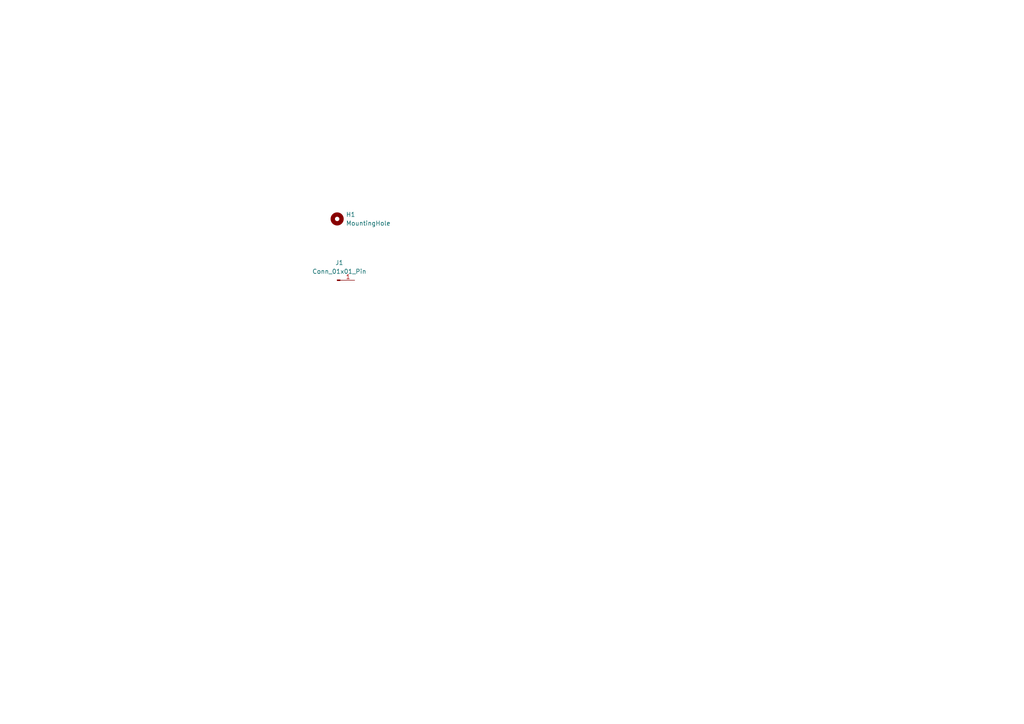
<source format=kicad_sch>
(kicad_sch (version 20231120) (generator "eeschema") (generator_version "8.0")
  (paper "A4")
  (lib_symbols
    (symbol "Connector:Conn_01x01_Pin" (pin_names (offset 1.016) hide)
      (property "Reference" "J" (at 0 2.54 0))
      (property "Value" "Conn_01x01_Pin" (at 0 -2.54 0))
      (symbol "Conn_01x01_Pin_1_1"
        (polyline (pts (xy 1.27 0) (xy 0.8636 0)) (stroke (width 0.1524)))
        (rectangle (start 0.8636 0.127) (end 0 -0.127) (stroke (width 0.1524)) (fill (type outline)))
        (pin passive line (at 5.08 0 180) (length 3.81) (name "Pin_1") (number "1"))
      )
    )
    (symbol "Mechanical:MountingHole" (pin_names (offset 1.016))
      (property "Reference" "H" (at 0 5.08 0))
      (property "Value" "MountingHole" (at 0 3.175 0))
      (symbol "MountingHole_0_1"
        (circle (center 0 0) (radius 1.27) (stroke (width 1.27)))
      )
    )
  )
  (symbol (lib_id "Connector:Conn_01x01_Pin") (at 97.79 81.28 0) (unit 1)
    (property "Reference" "J1" (at 98.425 76.2 0))
    (property "Value" "Conn_01x01_Pin" (at 98.425 78.74 0))
    (property "Footprint" "TestPoint:TestPoint_Plated_Hole_D2.0mm" (effects (hide yes)))
    (property "Description" "Generic connector, single row, 01x01, script generated" (effects (hide yes)))
  )
  (symbol (lib_id "Mechanical:MountingHole") (at 97.79 63.5 0) (unit 1)
    (property "Reference" "H1" (at 100.33 62.2299 0) (effects (justify left)))
    (property "Value" "MountingHole" (at 100.33 64.7699 0) (effects (justify left)))
    (property "Footprint" "MountingHole:MountingHole_2.2mm_M2_DIN965_Pad" (effects (hide yes)))
    (property "Description" "Mounting Hole without connection" (effects (hide yes)))
  )
)
</source>
